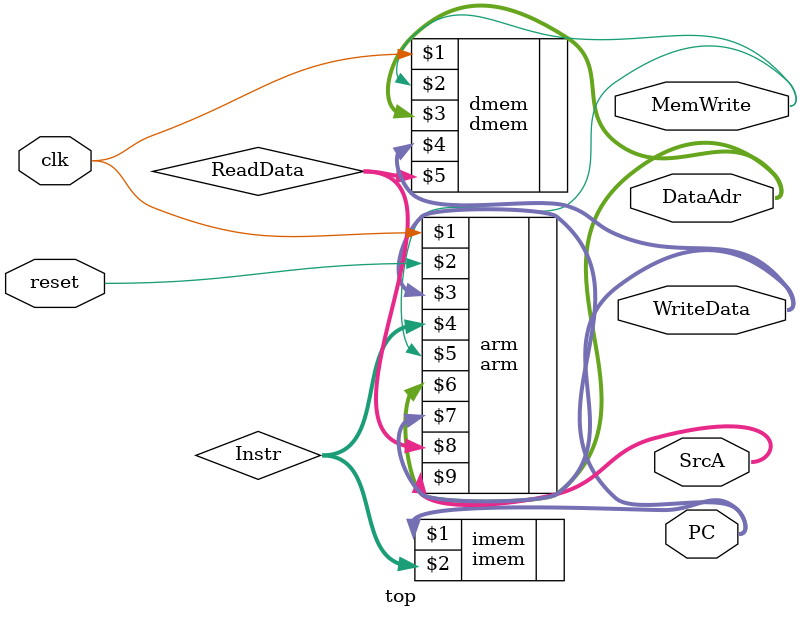
<source format=sv>

module top(input logic clk, reset,
output logic [31:0] WriteData, DataAdr, PC,
output logic MemWrite,
output logic [31:0] SrcA); // test
logic [31:0] Instr, ReadData;
// instantiate processor and memories
arm arm(clk, reset, PC, Instr, MemWrite, DataAdr,
WriteData, ReadData,
SrcA); // test
imem imem(PC, Instr);
dmem dmem(clk, MemWrite, DataAdr, WriteData, ReadData);
endmodule

</source>
